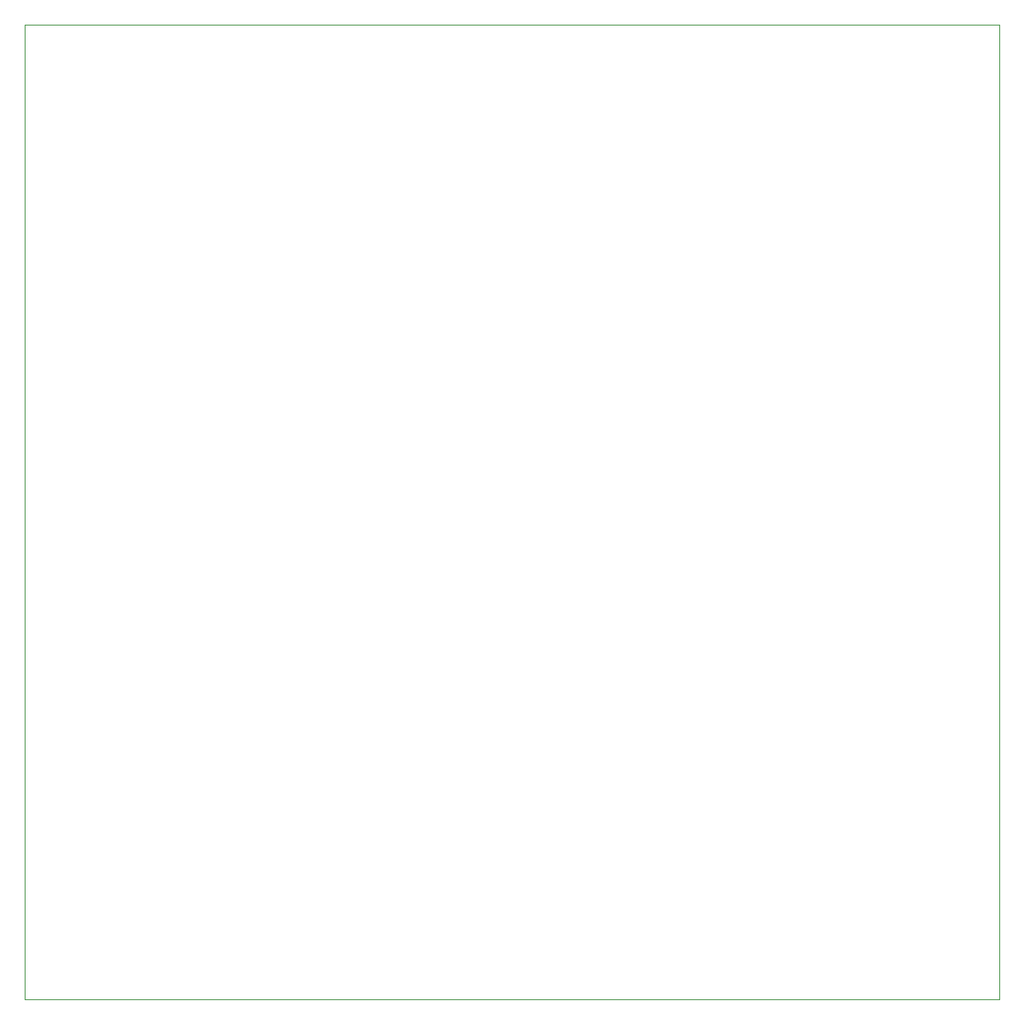
<source format=gbr>
%TF.GenerationSoftware,KiCad,Pcbnew,(6.0.2)*%
%TF.CreationDate,2022-03-20T22:54:28+02:00*%
%TF.ProjectId,main,6d61696e-2e6b-4696-9361-645f70636258,rev?*%
%TF.SameCoordinates,Original*%
%TF.FileFunction,Profile,NP*%
%FSLAX46Y46*%
G04 Gerber Fmt 4.6, Leading zero omitted, Abs format (unit mm)*
G04 Created by KiCad (PCBNEW (6.0.2)) date 2022-03-20 22:54:28*
%MOMM*%
%LPD*%
G01*
G04 APERTURE LIST*
%TA.AperFunction,Profile*%
%ADD10C,0.100000*%
%TD*%
G04 APERTURE END LIST*
D10*
X83693000Y-52324000D02*
X183896000Y-52324000D01*
X183896000Y-52324000D02*
X183896000Y-152527000D01*
X183896000Y-152527000D02*
X83693000Y-152527000D01*
X83693000Y-152527000D02*
X83693000Y-52324000D01*
M02*

</source>
